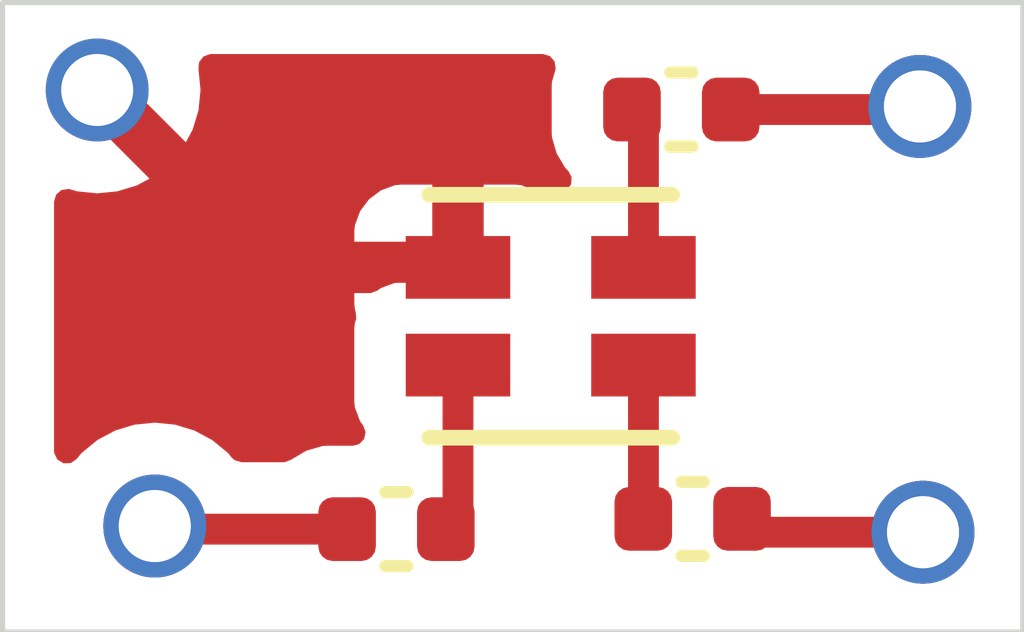
<source format=kicad_pcb>
(kicad_pcb (version 20240108) (generator "pcbnew") (generator_version "8.0")
  (layers (0 "F.Cu" signal) (31 "B.Cu" signal) (34 "B.Paste" user) (35 "F.Paste" user) (36 "B.SilkS" user "B.Silkscreen") (37 "F.SilkS" user "F.Silkscreen") (38 "B.Mask" user) (39 "F.Mask" user) (44 "Edge.Cuts" user))
  (net 0 "")
  (net 1 "GND")
  (footprint "" (layer "F.Cu") (at 140.36 78.71)
    (property "Reference" "" (hide yes))
    (property "Value" "" (hide yes))
    (pad "1" thru_hole circle (at 0 0) (size 1 1) (drill 0.7) (layers "*.Cu" "*.Mask"))
  )
  (footprint "Capacitor_SMD:C_0402_1005Metric" (layer "F.Cu") (at 138.12 78.58)
    (property "Reference" "REF**" (hide yes))
    (property "Value" "C_0402_1005Metric" (hide yes))
    (fp_line (start -0.107836 -0.36) (end 0.107836 -0.36) (stroke (width 0.12)) (layer "F.SilkS"))
    (fp_line (start -0.107836 0.36) (end 0.107836 0.36) (stroke (width 0.12)) (layer "F.SilkS"))
    (pad "1" smd roundrect (at -0.48 0) (size 0.56 0.62) (layers "F.Cu" "F.Paste" "F.Mask"))
    (pad "2" smd roundrect (at 0.48 0) (size 0.56 0.62) (layers "F.Cu" "F.Paste" "F.Mask"))
  )
  (footprint "CLMVC_RGB_LED:CLMVC-FKA-CL1D1L71BB7C3C3_CRE" (layer "F.Cu") (at 136.74 76.61)
    (property "Reference" "REF**" (hide yes))
    (property "Value" "CLMVC-FKA-CL1D1L71BB7C3C3_CRE" (hide yes))
    (fp_line (start -1.1811 1.1811) (end 1.1811 1.1811) (stroke (width 0.1524)) (layer "F.SilkS"))
    (fp_line (start 1.1811 -1.1811) (end -1.1811 -1.1811) (stroke (width 0.1524)) (layer "F.SilkS"))
    (pad "1" smd rect (at -0.9017 -0.475) (size 1.016 0.6096) (layers "F.Cu" "F.Paste" "F.Mask") (net 1 "GND"))
    (pad "2" smd rect (at 0.9017 -0.475) (size 1.016 0.6096) (layers "F.Cu" "F.Paste" "F.Mask"))
    (pad "3" smd rect (at 0.9017 0.475) (size 1.016 0.6096) (layers "F.Cu" "F.Paste" "F.Mask"))
    (pad "4" smd rect (at -0.9017 0.475) (size 1.016 0.6096) (layers "F.Cu" "F.Paste" "F.Mask"))
  )
  (footprint "" (layer "F.Cu") (at 140.33 74.57)
    (property "Reference" "" (hide yes))
    (property "Value" "" (hide yes))
    (pad "1" thru_hole circle (at 0 0) (size 1 1) (drill 0.7) (layers "*.Cu" "*.Mask"))
  )
  (footprint "THPad:THPad" (layer "F.Cu") (at 132.33 73.91)
    (property "Reference" "REF**" (hide yes))
    (property "Value" "THPad" (hide yes))
    (pad "1" thru_hole circle (at 0 0.5) (size 1 1) (drill 0.7) (layers "*.Cu" "*.Mask") (net 1 "GND"))
  )
  (footprint "THPad:THPad" (layer "F.Cu") (at 132.89 78.15)
    (property "Reference" "REF**" (hide yes))
    (property "Value" "THPad" (hide yes))
    (pad "1" thru_hole circle (at 0 0.5) (size 1 1) (drill 0.7) (layers "*.Cu" "*.Mask"))
  )
  (footprint "" (layer "F.Cu") (at 132.89 78.65)
    (property "Reference" "" (hide yes))
    (property "Value" "" (hide yes))
    (pad "1" thru_hole circle (at 0 0) (size 1 1) (drill 0.7) (layers "*.Cu" "*.Mask"))
  )
  (footprint "Capacitor_SMD:C_0402_1005Metric" (layer "F.Cu") (at 138.01 74.6)
    (property "Reference" "REF**" (hide yes))
    (property "Value" "C_0402_1005Metric" (hide yes))
    (fp_line (start -0.107836 -0.36) (end 0.107836 -0.36) (stroke (width 0.12)) (layer "F.SilkS"))
    (fp_line (start -0.107836 0.36) (end 0.107836 0.36) (stroke (width 0.12)) (layer "F.SilkS"))
    (pad "1" smd roundrect (at -0.48 0) (size 0.56 0.62) (layers "F.Cu" "F.Paste" "F.Mask"))
    (pad "2" smd roundrect (at 0.48 0) (size 0.56 0.62) (layers "F.Cu" "F.Paste" "F.Mask"))
  )
  (footprint "THPad:THPad" (layer "F.Cu") (at 140.33 74.07)
    (property "Reference" "REF**" (hide yes))
    (property "Value" "THPad" (hide yes))
    (pad "1" thru_hole circle (at 0 0.5) (size 1 1) (drill 0.7) (layers "*.Cu" "*.Mask"))
  )
  (footprint "THPad:THPad" (layer "F.Cu") (at 140.36 78.21)
    (property "Reference" "REF**" (hide yes))
    (property "Value" "THPad" (hide yes))
    (pad "1" thru_hole circle (at 0 0.5) (size 1 1) (drill 0.7) (layers "*.Cu" "*.Mask"))
  )
  (footprint "Capacitor_SMD:C_0402_1005Metric" (layer "F.Cu") (at 135.24 78.68)
    (property "Reference" "REF**" (hide yes))
    (property "Value" "C_0402_1005Metric" (hide yes))
    (fp_line (start -0.107836 -0.36) (end 0.107836 -0.36) (stroke (width 0.12)) (layer "F.SilkS"))
    (fp_line (start -0.107836 0.36) (end 0.107836 0.36) (stroke (width 0.12)) (layer "F.SilkS"))
    (pad "1" smd roundrect (at -0.48 0) (size 0.56 0.62) (layers "F.Cu" "F.Paste" "F.Mask"))
    (pad "2" smd roundrect (at 0.48 0) (size 0.56 0.62) (layers "F.Cu" "F.Paste" "F.Mask"))
  )
  (gr_rect (start 131.41 73.56) (end 141.33 79.68) (stroke (width 0.05)) (fill none) (layer "Edge.Cuts"))
  (segment (start 135.8383 77.085) (end 135.8383 78.5617) (width 0.3) (layer "F.Cu") (net 0))
  (segment (start 137.6417 76.135) (end 137.6417 74.7117) (width 0.3) (layer "F.Cu") (net 0))
  (segment (start 137.6417 74.7117) (end 137.53 74.6) (width 0.3) (layer "F.Cu") (net 0))
  (segment (start 134.76 78.68) (end 132.92 78.68) (width 0.3) (layer "F.Cu") (net 0))
  (segment (start 137.6417 77.085) (end 137.6417 78.5783) (width 0.3) (layer "F.Cu") (net 0))
  (segment (start 132.92 78.68) (end 132.89 78.65) (width 0.3) (layer "F.Cu") (net 0))
  (segment (start 138.73 78.71) (end 140.36 78.71) (width 0.3) (layer "F.Cu") (net 0))
  (segment (start 138.6 78.58) (end 138.73 78.71) (width 0.3) (layer "F.Cu") (net 0))
  (segment (start 137.6417 78.5783) (end 137.64 78.58) (width 0.3) (layer "F.Cu") (net 0))
  (segment (start 140.3 74.6) (end 140.33 74.57) (width 0.3) (layer "F.Cu") (net 0))
  (segment (start 138.49 74.6) (end 140.3 74.6) (width 0.3) (layer "F.Cu") (net 0))
  (segment (start 135.8383 78.5617) (end 135.72 78.68) (width 0.3) (layer "F.Cu") (net 0))
  (segment (start 134.055 76.135) (end 132.33 74.41) (width 0.3) (layer "F.Cu") (net 1))
  (segment (start 135.8383 76.135) (end 134.055 76.135) (width 0.3) (layer "F.Cu") (net 1))
  (zone (net 1) (net_name "GND") (layer "F.Cu") (connect_pads (clearance 0.5)) (min_thickness 0.25) (fill yes (thermal_gap 0.5) (thermal_bridge_width 0.5))
    (polygon (pts (xy 131.41 73.56) (xy 141.32 73.55) (xy 141.33 79.68) (xy 131.41 79.68)))
  )
)
</source>
